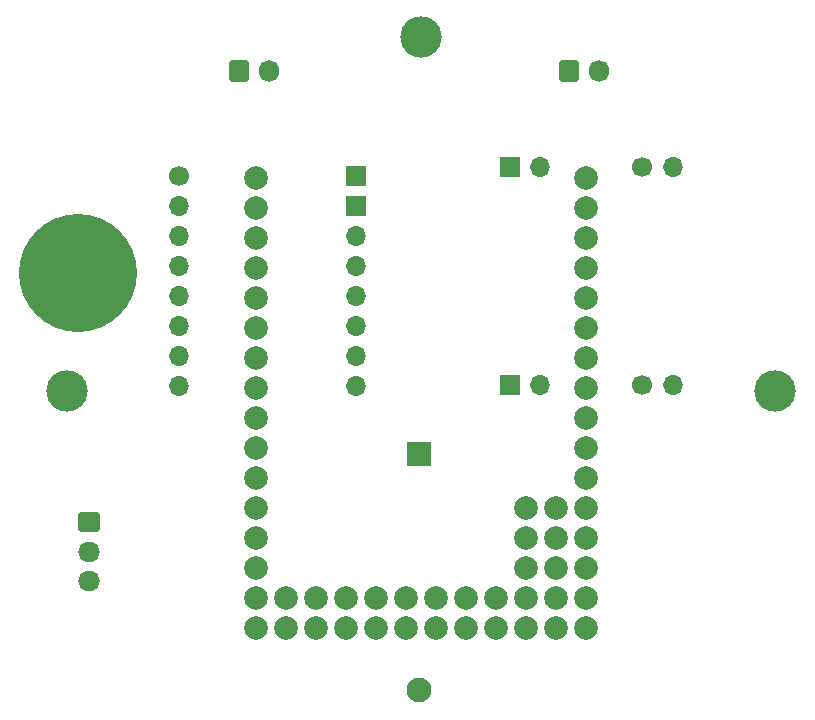
<source format=gbr>
%TF.GenerationSoftware,KiCad,Pcbnew,(6.0.4)*%
%TF.CreationDate,2022-05-12T17:17:44+09:00*%
%TF.ProjectId,0506,30353036-2e6b-4696-9361-645f70636258,rev?*%
%TF.SameCoordinates,Original*%
%TF.FileFunction,Soldermask,Bot*%
%TF.FilePolarity,Negative*%
%FSLAX46Y46*%
G04 Gerber Fmt 4.6, Leading zero omitted, Abs format (unit mm)*
G04 Created by KiCad (PCBNEW (6.0.4)) date 2022-05-12 17:17:44*
%MOMM*%
%LPD*%
G01*
G04 APERTURE LIST*
G04 Aperture macros list*
%AMRoundRect*
0 Rectangle with rounded corners*
0 $1 Rounding radius*
0 $2 $3 $4 $5 $6 $7 $8 $9 X,Y pos of 4 corners*
0 Add a 4 corners polygon primitive as box body*
4,1,4,$2,$3,$4,$5,$6,$7,$8,$9,$2,$3,0*
0 Add four circle primitives for the rounded corners*
1,1,$1+$1,$2,$3*
1,1,$1+$1,$4,$5*
1,1,$1+$1,$6,$7*
1,1,$1+$1,$8,$9*
0 Add four rect primitives between the rounded corners*
20,1,$1+$1,$2,$3,$4,$5,0*
20,1,$1+$1,$4,$5,$6,$7,0*
20,1,$1+$1,$6,$7,$8,$9,0*
20,1,$1+$1,$8,$9,$2,$3,0*%
G04 Aperture macros list end*
%ADD10C,1.700000*%
%ADD11O,1.700000X1.700000*%
%ADD12R,1.700000X1.700000*%
%ADD13C,2.100000*%
%ADD14R,2.100000X2.100000*%
%ADD15C,10.000000*%
%ADD16C,3.500000*%
%ADD17C,2.000000*%
%ADD18RoundRect,0.250000X-0.600000X-0.675000X0.600000X-0.675000X0.600000X0.675000X-0.600000X0.675000X0*%
%ADD19O,1.700000X1.850000*%
%ADD20RoundRect,0.250000X-0.675000X0.600000X-0.675000X-0.600000X0.675000X-0.600000X0.675000X0.600000X0*%
%ADD21O,1.850000X1.700000*%
G04 APERTURE END LIST*
D10*
%TO.C,J2*%
X129540000Y-64770000D03*
D11*
X129540000Y-67310000D03*
X129540000Y-69850000D03*
X129540000Y-72390000D03*
X129540000Y-74930000D03*
X129540000Y-77470000D03*
X129540000Y-80010000D03*
X129540000Y-82550000D03*
X144462500Y-82550000D03*
X144462500Y-80010000D03*
X144462500Y-77470000D03*
X144462500Y-74930000D03*
X144462500Y-72390000D03*
X144462500Y-69850000D03*
D12*
X144462500Y-67310000D03*
X144462500Y-64770000D03*
%TD*%
%TO.C,J3*%
X157520000Y-82460000D03*
D11*
X160060000Y-82460000D03*
D10*
X168750000Y-82470000D03*
D11*
X171300000Y-82470000D03*
X171300000Y-63970000D03*
D10*
X168750000Y-63970000D03*
D11*
X160060000Y-63960000D03*
D12*
X157520000Y-63960000D03*
%TD*%
D13*
%TO.C,J7*%
X149860000Y-108310914D03*
D14*
X149860000Y-88310914D03*
%TD*%
D15*
%TO.C,H3*%
X121000000Y-73000000D03*
%TD*%
D16*
%TO.C,H4*%
X120000000Y-83000000D03*
%TD*%
%TO.C,H2*%
X180000000Y-83000000D03*
%TD*%
%TO.C,H1*%
X150000000Y-53000000D03*
%TD*%
D17*
%TO.C,J1*%
X138570000Y-100510000D03*
X141110000Y-100510000D03*
X143650000Y-100510000D03*
X146190000Y-100510000D03*
X148730000Y-100510000D03*
X151270000Y-100510000D03*
X153810000Y-100510000D03*
X156350000Y-100510000D03*
X158890000Y-103050000D03*
X158890000Y-100510000D03*
X158890000Y-97970000D03*
X158890000Y-95430000D03*
X158890000Y-92890000D03*
X161430000Y-103050000D03*
X161430000Y-100510000D03*
X161430000Y-97970000D03*
X161430000Y-95430000D03*
X161430000Y-92890000D03*
X163970000Y-103050000D03*
X163970000Y-100510000D03*
X163970000Y-97970000D03*
X163970000Y-95430000D03*
X163970000Y-92890000D03*
X163970000Y-90350000D03*
X163970000Y-87810000D03*
X163970000Y-85270000D03*
X136030000Y-85270000D03*
X136030000Y-87810000D03*
X136030000Y-90350000D03*
X136030000Y-92890000D03*
X136030000Y-95430000D03*
X136030000Y-97970000D03*
X136030000Y-100510000D03*
X136030000Y-103050000D03*
X138570000Y-103050000D03*
X141110000Y-103050000D03*
X143650000Y-103050000D03*
X146190000Y-103050000D03*
X148730000Y-103050000D03*
X151270000Y-103050000D03*
X153810000Y-103050000D03*
X156350000Y-103050000D03*
X136030000Y-64950000D03*
X136030000Y-67490000D03*
X136030000Y-70030000D03*
X136030000Y-72570000D03*
X136030000Y-75110000D03*
X136030000Y-77650000D03*
X136030000Y-80190000D03*
X136030000Y-82730000D03*
X163970000Y-82730000D03*
X163970000Y-80190000D03*
X163970000Y-77650000D03*
X163970000Y-75110000D03*
X163970000Y-72570000D03*
X163970000Y-70030000D03*
X163970000Y-67490000D03*
X163970000Y-64950000D03*
%TD*%
D18*
%TO.C,J6*%
X134620000Y-55880000D03*
D19*
X137120000Y-55880000D03*
%TD*%
D20*
%TO.C,J5*%
X121920000Y-94060000D03*
D21*
X121920000Y-96560000D03*
X121920000Y-99060000D03*
%TD*%
D18*
%TO.C,J4*%
X162560000Y-55880000D03*
D19*
X165060000Y-55880000D03*
%TD*%
M02*

</source>
